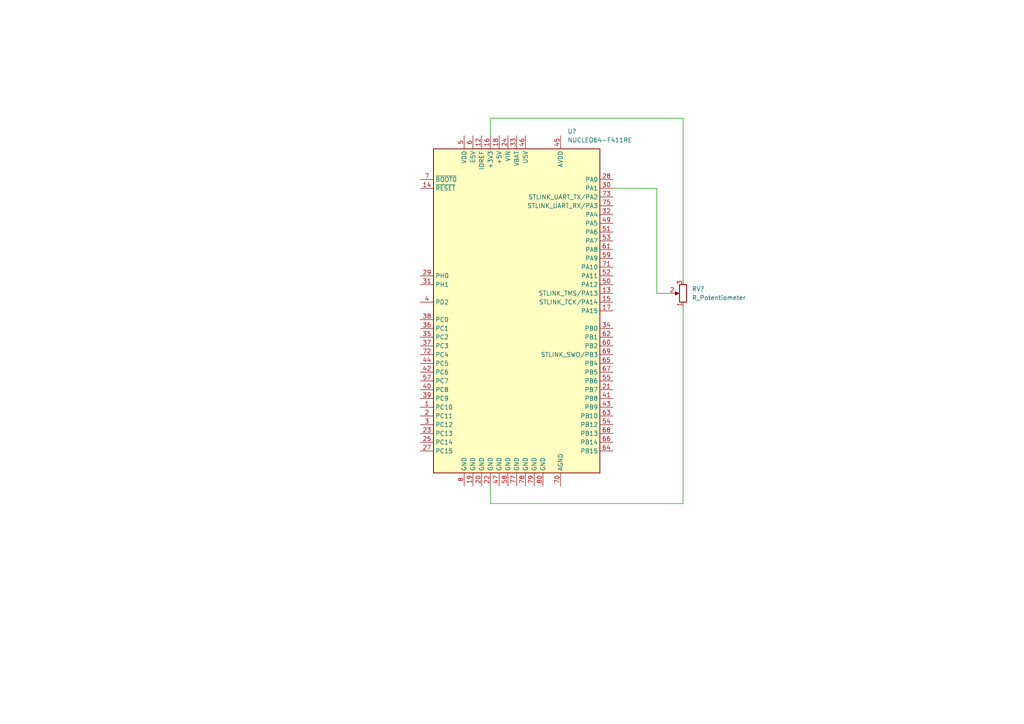
<source format=kicad_sch>
(kicad_sch (version 20211123) (generator eeschema)
  (paper "A4")
  (lib_symbols
    (symbol "Device:R_Potentiometer" (pin_names (offset 1.016) hide)
      (property "Reference" "RV" (at -4.445 0 90))
      (property "Value" "R_Potentiometer" (at -2.54 0 90))
      (symbol "R_Potentiometer_0_1"
        (polyline (pts (xy 2.54 0) (xy 1.524 0)))
        (polyline (pts (xy 1.143 0) (xy 2.286 0.508) (xy 2.286 -0.508) (xy 1.143 0)) (fill (type outline)))
        (rectangle (start 1.016 2.54) (end -1.016 -2.54) (stroke (width 0.254)))
      )
      (symbol "R_Potentiometer_1_1"
        (pin passive line (at 0 3.81 270) (length 1.27) (name "1") (number "1"))
        (pin passive line (at 3.81 0 180) (length 1.27) (name "2") (number "2"))
        (pin passive line (at 0 -3.81 90) (length 1.27) (name "3") (number "3"))
      )
    )
    (symbol "MCU_Module:NUCLEO64-F411RE"
      (property "Reference" "U" (at -17.78 50.165 0))
      (property "Value" "NUCLEO64-F411RE" (at -17.78 48.26 0))
      (symbol "NUCLEO64-F411RE_0_1"
        (rectangle (start -24.13 -46.99) (end 24.13 46.99) (stroke (width 0.254)) (fill (type background)))
      )
      (symbol "NUCLEO64-F411RE_1_1"
        (pin bidirectional line (at -27.94 -27.94 0) (length 3.81) (name "PC10") (number "1"))
        (pin no_connect line (at -27.94 20.32 0) (length 3.81) hide (name "NC") (number "10"))
        (pin no_connect line (at -27.94 15.24 0) (length 3.81) hide (name "NC") (number "11"))
        (pin power_in line (at -10.16 50.8 270) (length 3.81) (name "IOREF") (number "12"))
        (pin bidirectional line (at 27.94 5.08 180) (length 3.81) (name "STLINK_TMS/PA13") (number "13"))
        (pin input line (at -27.94 35.56 0) (length 3.81) (name "~{RESET}") (number "14"))
        (pin bidirectional line (at 27.94 2.54 180) (length 3.81) (name "STLINK_TCK/PA14") (number "15"))
        (pin power_in line (at -7.62 50.8 270) (length 3.81) (name "+3V3") (number "16"))
        (pin bidirectional line (at 27.94 0 180) (length 3.81) (name "PA15") (number "17"))
        (pin power_in line (at -5.08 50.8 270) (length 3.81) (name "+5V") (number "18"))
        (pin power_in line (at -12.7 -50.8 90) (length 3.81) (name "GND") (number "19"))
        (pin bidirectional line (at -27.94 -30.48 0) (length 3.81) (name "PC11") (number "2"))
        (pin power_in line (at -10.16 -50.8 90) (length 3.81) (name "GND") (number "20"))
        (pin bidirectional line (at 27.94 -22.86 180) (length 3.81) (name "PB7") (number "21"))
        (pin power_in line (at -7.62 -50.8 90) (length 3.81) (name "GND") (number "22"))
        (pin bidirectional line (at -27.94 -35.56 0) (length 3.81) (name "PC13") (number "23"))
        (pin power_in line (at -2.54 50.8 270) (length 3.81) (name "VIN") (number "24"))
        (pin bidirectional line (at -27.94 -38.1 0) (length 3.81) (name "PC14") (number "25"))
        (pin no_connect line (at -27.94 22.86 0) (length 3.81) hide (name "NC") (number "26"))
        (pin bidirectional line (at -27.94 -40.64 0) (length 3.81) (name "PC15") (number "27"))
        (pin bidirectional line (at 27.94 38.1 180) (length 3.81) (name "PA0") (number "28"))
        (pin bidirectional line (at -27.94 10.16 0) (length 3.81) (name "PH0") (number "29"))
        (pin bidirectional line (at -27.94 -33.02 0) (length 3.81) (name "PC12") (number "3"))
        (pin bidirectional line (at 27.94 35.56 180) (length 3.81) (name "PA1") (number "30"))
        (pin bidirectional line (at -27.94 7.62 0) (length 3.81) (name "PH1") (number "31"))
        (pin bidirectional line (at 27.94 27.94 180) (length 3.81) (name "PA4") (number "32"))
        (pin power_in line (at 0 50.8 270) (length 3.81) (name "VBAT") (number "33"))
        (pin bidirectional line (at 27.94 -5.08 180) (length 3.81) (name "PB0") (number "34"))
        (pin bidirectional line (at -27.94 -7.62 0) (length 3.81) (name "PC2") (number "35"))
        (pin bidirectional line (at -27.94 -5.08 0) (length 3.81) (name "PC1") (number "36"))
        (pin bidirectional line (at -27.94 -10.16 0) (length 3.81) (name "PC3") (number "37"))
        (pin bidirectional line (at -27.94 -2.54 0) (length 3.81) (name "PC0") (number "38"))
        (pin bidirectional line (at -27.94 -25.4 0) (length 3.81) (name "PC9") (number "39"))
        (pin bidirectional line (at -27.94 2.54 0) (length 3.81) (name "PD2") (number "4"))
        (pin bidirectional line (at -27.94 -22.86 0) (length 3.81) (name "PC8") (number "40"))
        (pin bidirectional line (at 27.94 -25.4 180) (length 3.81) (name "PB8") (number "41"))
        (pin bidirectional line (at -27.94 -17.78 0) (length 3.81) (name "PC6") (number "42"))
        (pin bidirectional line (at 27.94 -27.94 180) (length 3.81) (name "PB9") (number "43"))
        (pin bidirectional line (at -27.94 -15.24 0) (length 3.81) (name "PC5") (number "44"))
        (pin power_in line (at 12.7 50.8 270) (length 3.81) (name "AVDD") (number "45"))
        (pin power_in line (at 2.54 50.8 270) (length 3.81) (name "U5V") (number "46"))
        (pin power_in line (at -5.08 -50.8 90) (length 3.81) (name "GND") (number "47"))
        (pin no_connect line (at -27.94 25.4 0) (length 3.81) hide (name "NC") (number "48"))
        (pin bidirectional line (at 27.94 25.4 180) (length 3.81) (name "PA5") (number "49"))
        (pin power_in line (at -15.24 50.8 270) (length 3.81) (name "VDD") (number "5"))
        (pin bidirectional line (at 27.94 7.62 180) (length 3.81) (name "PA12") (number "50"))
        (pin bidirectional line (at 27.94 22.86 180) (length 3.81) (name "PA6") (number "51"))
        (pin bidirectional line (at 27.94 10.16 180) (length 3.81) (name "PA11") (number "52"))
        (pin bidirectional line (at 27.94 20.32 180) (length 3.81) (name "PA7") (number "53"))
        (pin bidirectional line (at 27.94 -33.02 180) (length 3.81) (name "PB12") (number "54"))
        (pin bidirectional line (at 27.94 -20.32 180) (length 3.81) (name "PB6") (number "55"))
        (pin no_connect line (at -27.94 33.02 0) (length 3.81) hide (name "NC") (number "56"))
        (pin bidirectional line (at -27.94 -20.32 0) (length 3.81) (name "PC7") (number "57"))
        (pin power_in line (at -2.54 -50.8 90) (length 3.81) (name "GND") (number "58"))
        (pin bidirectional line (at 27.94 15.24 180) (length 3.81) (name "PA9") (number "59"))
        (pin power_in line (at -12.7 50.8 270) (length 3.81) (name "E5V") (number "6"))
        (pin bidirectional line (at 27.94 -10.16 180) (length 3.81) (name "PB2") (number "60"))
        (pin bidirectional line (at 27.94 17.78 180) (length 3.81) (name "PA8") (number "61"))
        (pin bidirectional line (at 27.94 -7.62 180) (length 3.81) (name "PB1") (number "62"))
        (pin bidirectional line (at 27.94 -30.48 180) (length 3.81) (name "PB10") (number "63"))
        (pin bidirectional line (at 27.94 -40.64 180) (length 3.81) (name "PB15") (number "64"))
        (pin bidirectional line (at 27.94 -15.24 180) (length 3.81) (name "PB4") (number "65"))
        (pin bidirectional line (at 27.94 -38.1 180) (length 3.81) (name "PB14") (number "66"))
        (pin bidirectional line (at 27.94 -17.78 180) (length 3.81) (name "PB5") (number "67"))
        (pin bidirectional line (at 27.94 -35.56 180) (length 3.81) (name "PB13") (number "68"))
        (pin bidirectional line (at 27.94 -12.7 180) (length 3.81) (name "STLINK_SWO/PB3") (number "69"))
        (pin input line (at -27.94 38.1 0) (length 3.81) (name "~{BOOT0}") (number "7"))
        (pin power_in line (at 12.7 -50.8 90) (length 3.81) (name "AGND") (number "70"))
        (pin bidirectional line (at 27.94 12.7 180) (length 3.81) (name "PA10") (number "71"))
        (pin bidirectional line (at -27.94 -12.7 0) (length 3.81) (name "PC4") (number "72"))
        (pin bidirectional line (at 27.94 33.02 180) (length 3.81) (name "STLINK_UART_TX/PA2") (number "73"))
        (pin no_connect line (at -27.94 30.48 0) (length 3.81) hide (name "NC") (number "74"))
        (pin bidirectional line (at 27.94 30.48 180) (length 3.81) (name "STLINK_UART_RX/PA3") (number "75"))
        (pin no_connect line (at -27.94 27.94 0) (length 3.81) hide (name "NC") (number "76"))
        (pin power_in line (at 0 -50.8 90) (length 3.81) (name "GND") (number "77"))
        (pin power_in line (at 2.54 -50.8 90) (length 3.81) (name "GND") (number "78"))
        (pin power_in line (at 5.08 -50.8 90) (length 3.81) (name "GND") (number "79"))
        (pin power_in line (at -15.24 -50.8 90) (length 3.81) (name "GND") (number "8"))
        (pin power_in line (at 7.62 -50.8 90) (length 3.81) (name "GND") (number "80"))
        (pin no_connect line (at -27.94 17.78 0) (length 3.81) hide (name "NC") (number "9"))
      )
    )
  )
  (wire (pts (xy 142.24 140.97) (xy 142.24 146.05)))
  (wire (pts (xy 198.12 88.9) (xy 198.12 146.05)))
  (wire (pts (xy 190.5 54.61) (xy 190.5 85.09)))
  (wire (pts (xy 142.24 39.37) (xy 142.24 34.29)))
  (wire (pts (xy 198.12 34.29) (xy 198.12 81.28)))
  (wire (pts (xy 142.24 146.05) (xy 198.12 146.05)))
  (wire (pts (xy 190.5 85.09) (xy 194.31 85.09)))
  (wire (pts (xy 177.8 54.61) (xy 190.5 54.61)))
  (wire (pts (xy 142.24 34.29) (xy 198.12 34.29)))
  (symbol (lib_id "MCU_Module:NUCLEO64-F411RE") (at 149.86 90.17 0) (unit 1)
    (property "Reference" "U?" (at 164.5794 38.1 0) (effects (justify left)))
    (property "Value" "NUCLEO64-F411RE" (at 164.5794 40.64 0) (effects (justify left)))
    (property "Footprint" "Module:ST_Morpho_Connector_144_STLink" (effects hide))
    (property "Datasheet" "http://www.st.com/st-web-ui/static/active/en/resource/technical/document/data_brief/DM00105918.pdf" (effects hide))
  )
  (symbol (lib_id "Device:R_Potentiometer") (at 198.12 85.09 180) (unit 1)
    (property "Reference" "RV?" (at 200.66 83.8199 0) (effects (justify right)))
    (property "Value" "R_Potentiometer" (at 200.66 86.3599 0) (effects (justify right)))
  )
)
</source>
